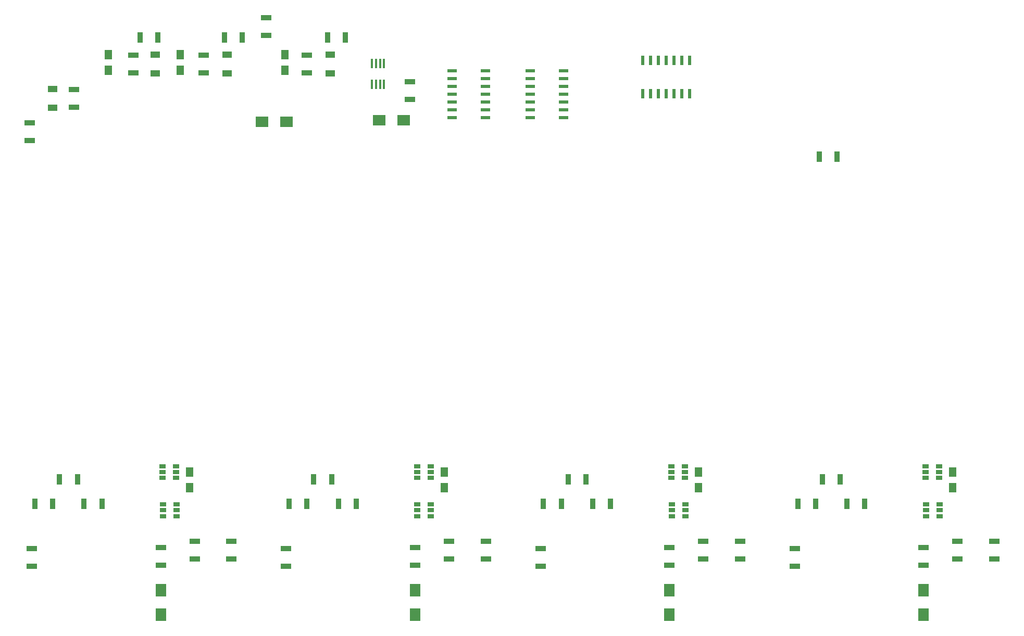
<source format=gbr>
%TF.GenerationSoftware,KiCad,Pcbnew,5.1.6*%
%TF.CreationDate,2020-07-30T12:55:36-05:00*%
%TF.ProjectId,pulsemixer_pcb,70756c73-656d-4697-9865-725f7063622e,rev?*%
%TF.SameCoordinates,Original*%
%TF.FileFunction,Paste,Top*%
%TF.FilePolarity,Positive*%
%FSLAX46Y46*%
G04 Gerber Fmt 4.6, Leading zero omitted, Abs format (unit mm)*
G04 Created by KiCad (PCBNEW 5.1.6) date 2020-07-30 12:55:36*
%MOMM*%
%LPD*%
G01*
G04 APERTURE LIST*
%ADD10R,1.700000X2.000000*%
%ADD11R,1.500000X0.600000*%
%ADD12R,1.250000X1.500000*%
%ADD13R,2.000000X1.700000*%
%ADD14R,1.600000X1.000000*%
%ADD15R,0.300000X1.600000*%
%ADD16R,1.060000X0.650000*%
%ADD17R,0.900000X1.700000*%
%ADD18R,1.700000X0.900000*%
%ADD19R,0.600000X1.500000*%
G04 APERTURE END LIST*
D10*
%TO.C,D201*%
X92306000Y-133272000D03*
X92306000Y-129272000D03*
%TD*%
D11*
%TO.C,U102*%
X152370000Y-44770000D03*
X152370000Y-46040000D03*
X152370000Y-47310000D03*
X152370000Y-48580000D03*
X152370000Y-49850000D03*
X152370000Y-51120000D03*
X152370000Y-52390000D03*
X157770000Y-52390000D03*
X157770000Y-51120000D03*
X157770000Y-49850000D03*
X157770000Y-48580000D03*
X157770000Y-47310000D03*
X157770000Y-46040000D03*
X157770000Y-44770000D03*
%TD*%
%TO.C,U101*%
X139670000Y-44770000D03*
X139670000Y-46040000D03*
X139670000Y-47310000D03*
X139670000Y-48580000D03*
X139670000Y-49850000D03*
X139670000Y-51120000D03*
X139670000Y-52390000D03*
X145070000Y-52390000D03*
X145070000Y-51120000D03*
X145070000Y-49850000D03*
X145070000Y-48580000D03*
X145070000Y-47310000D03*
X145070000Y-46040000D03*
X145070000Y-44770000D03*
%TD*%
D12*
%TO.C,C505*%
X221035949Y-112598184D03*
X221035949Y-110098184D03*
%TD*%
%TO.C,C405*%
X179699949Y-112598184D03*
X179699949Y-110098184D03*
%TD*%
%TO.C,C305*%
X138363949Y-112598184D03*
X138363949Y-110098184D03*
%TD*%
%TO.C,C205*%
X97027949Y-112598184D03*
X97027949Y-110098184D03*
%TD*%
D13*
%TO.C,D109*%
X127794000Y-52832000D03*
X131794000Y-52832000D03*
%TD*%
D10*
%TO.C,D401*%
X174978000Y-133272000D03*
X174978000Y-129272000D03*
%TD*%
%TO.C,D501*%
X216314000Y-133272000D03*
X216314000Y-129272000D03*
%TD*%
%TO.C,D301*%
X133642000Y-129272000D03*
X133642000Y-133272000D03*
%TD*%
D12*
%TO.C,C104*%
X95504000Y-42184000D03*
X95504000Y-44684000D03*
%TD*%
%TO.C,C105*%
X83820000Y-44684000D03*
X83820000Y-42184000D03*
%TD*%
%TO.C,C106*%
X112522000Y-42184000D03*
X112522000Y-44684000D03*
%TD*%
D14*
%TO.C,D101*%
X103124000Y-42188000D03*
X103124000Y-45188000D03*
%TD*%
%TO.C,D102*%
X91440000Y-45188000D03*
X91440000Y-42188000D03*
%TD*%
%TO.C,D103*%
X119888000Y-45188000D03*
X119888000Y-42188000D03*
%TD*%
D15*
%TO.C,U103*%
X126663000Y-43578000D03*
X127313000Y-43578000D03*
X127963000Y-43578000D03*
X128613000Y-43578000D03*
X128613000Y-46978000D03*
X127963000Y-46978000D03*
X127313000Y-46978000D03*
X126663000Y-46978000D03*
%TD*%
D16*
%TO.C,D202*%
X92706000Y-116272000D03*
X92706000Y-117222000D03*
X92706000Y-115322000D03*
X94906000Y-115322000D03*
X94906000Y-116272000D03*
X94906000Y-117222000D03*
%TD*%
%TO.C,D302*%
X136242000Y-117222000D03*
X136242000Y-116272000D03*
X136242000Y-115322000D03*
X134042000Y-115322000D03*
X134042000Y-117222000D03*
X134042000Y-116272000D03*
%TD*%
%TO.C,D402*%
X175378000Y-116272000D03*
X175378000Y-117222000D03*
X175378000Y-115322000D03*
X177578000Y-115322000D03*
X177578000Y-116272000D03*
X177578000Y-117222000D03*
%TD*%
%TO.C,D502*%
X218914000Y-117222000D03*
X218914000Y-116272000D03*
X218914000Y-115322000D03*
X216714000Y-115322000D03*
X216714000Y-117222000D03*
X216714000Y-116272000D03*
%TD*%
%TO.C,U202*%
X94825949Y-110078184D03*
X94825949Y-109128184D03*
X94825949Y-111028184D03*
X92625949Y-111028184D03*
X92625949Y-110078184D03*
X92625949Y-109128184D03*
%TD*%
%TO.C,U302*%
X133961949Y-109128184D03*
X133961949Y-110078184D03*
X133961949Y-111028184D03*
X136161949Y-111028184D03*
X136161949Y-109128184D03*
X136161949Y-110078184D03*
%TD*%
%TO.C,U402*%
X177497949Y-110078184D03*
X177497949Y-109128184D03*
X177497949Y-111028184D03*
X175297949Y-111028184D03*
X175297949Y-110078184D03*
X175297949Y-109128184D03*
%TD*%
%TO.C,U502*%
X216633949Y-109128184D03*
X216633949Y-110078184D03*
X216633949Y-111028184D03*
X218833949Y-111028184D03*
X218833949Y-109128184D03*
X218833949Y-110078184D03*
%TD*%
D14*
%TO.C,D104*%
X74733000Y-47776000D03*
X74733000Y-50776000D03*
%TD*%
D17*
%TO.C,R101*%
X202240000Y-58740000D03*
X199340000Y-58740000D03*
%TD*%
D18*
%TO.C,R102*%
X70996000Y-56126000D03*
X70996000Y-53226000D03*
%TD*%
%TO.C,R103*%
X99314000Y-45138000D03*
X99314000Y-42238000D03*
%TD*%
D17*
%TO.C,R104*%
X119454000Y-39370000D03*
X122354000Y-39370000D03*
%TD*%
D18*
%TO.C,R105*%
X116078000Y-42238000D03*
X116078000Y-45138000D03*
%TD*%
%TO.C,R106*%
X132842000Y-46556000D03*
X132842000Y-49456000D03*
%TD*%
%TO.C,R107*%
X87884000Y-42238000D03*
X87884000Y-45138000D03*
%TD*%
D17*
%TO.C,R108*%
X102690000Y-39370000D03*
X105590000Y-39370000D03*
%TD*%
%TO.C,R109*%
X91874000Y-39370000D03*
X88974000Y-39370000D03*
%TD*%
D18*
%TO.C,R110*%
X78232000Y-47826000D03*
X78232000Y-50726000D03*
%TD*%
%TO.C,R201*%
X71356000Y-125422000D03*
X71356000Y-122522000D03*
%TD*%
%TO.C,R202*%
X92306000Y-125222000D03*
X92306000Y-122322000D03*
%TD*%
%TO.C,R203*%
X103806000Y-124222000D03*
X103806000Y-121322000D03*
%TD*%
D17*
%TO.C,R204*%
X75856000Y-111272000D03*
X78756000Y-111272000D03*
%TD*%
%TO.C,R205*%
X74756000Y-115272000D03*
X71856000Y-115272000D03*
%TD*%
D18*
%TO.C,R206*%
X97806000Y-121322000D03*
X97806000Y-124222000D03*
%TD*%
D17*
%TO.C,R207*%
X82756000Y-115272000D03*
X79856000Y-115272000D03*
%TD*%
D18*
%TO.C,R301*%
X112692000Y-125422000D03*
X112692000Y-122522000D03*
%TD*%
%TO.C,R302*%
X133642000Y-125222000D03*
X133642000Y-122322000D03*
%TD*%
%TO.C,R303*%
X145142000Y-124222000D03*
X145142000Y-121322000D03*
%TD*%
D17*
%TO.C,R304*%
X117192000Y-111272000D03*
X120092000Y-111272000D03*
%TD*%
%TO.C,R305*%
X113192000Y-115272000D03*
X116092000Y-115272000D03*
%TD*%
D18*
%TO.C,R306*%
X139142000Y-124222000D03*
X139142000Y-121322000D03*
%TD*%
D17*
%TO.C,R307*%
X124092000Y-115272000D03*
X121192000Y-115272000D03*
%TD*%
D18*
%TO.C,R401*%
X154028000Y-125422000D03*
X154028000Y-122522000D03*
%TD*%
%TO.C,R402*%
X174978000Y-122322000D03*
X174978000Y-125222000D03*
%TD*%
%TO.C,R403*%
X186478000Y-124222000D03*
X186478000Y-121322000D03*
%TD*%
D17*
%TO.C,R404*%
X158528000Y-111272000D03*
X161428000Y-111272000D03*
%TD*%
%TO.C,R405*%
X157428000Y-115272000D03*
X154528000Y-115272000D03*
%TD*%
D18*
%TO.C,R406*%
X180478000Y-124222000D03*
X180478000Y-121322000D03*
%TD*%
D17*
%TO.C,R407*%
X165428000Y-115272000D03*
X162528000Y-115272000D03*
%TD*%
D18*
%TO.C,R501*%
X195364000Y-122522000D03*
X195364000Y-125422000D03*
%TD*%
%TO.C,R502*%
X216314000Y-125222000D03*
X216314000Y-122322000D03*
%TD*%
%TO.C,R503*%
X227814000Y-121322000D03*
X227814000Y-124222000D03*
%TD*%
D17*
%TO.C,R504*%
X199864000Y-111272000D03*
X202764000Y-111272000D03*
%TD*%
%TO.C,R505*%
X198764000Y-115272000D03*
X195864000Y-115272000D03*
%TD*%
D18*
%TO.C,R506*%
X221814000Y-124222000D03*
X221814000Y-121322000D03*
%TD*%
D17*
%TO.C,R507*%
X206764000Y-115272000D03*
X203864000Y-115272000D03*
%TD*%
D13*
%TO.C,D105*%
X112744000Y-53086000D03*
X108744000Y-53086000D03*
%TD*%
D18*
%TO.C,R111*%
X109474000Y-36142000D03*
X109474000Y-39042000D03*
%TD*%
D19*
%TO.C,U104*%
X178243000Y-48531000D03*
X176973000Y-48531000D03*
X175703000Y-48531000D03*
X174433000Y-48531000D03*
X173163000Y-48531000D03*
X171893000Y-48531000D03*
X170623000Y-48531000D03*
X170623000Y-43131000D03*
X171893000Y-43131000D03*
X173163000Y-43131000D03*
X174433000Y-43131000D03*
X175703000Y-43131000D03*
X176973000Y-43131000D03*
X178243000Y-43131000D03*
%TD*%
M02*

</source>
